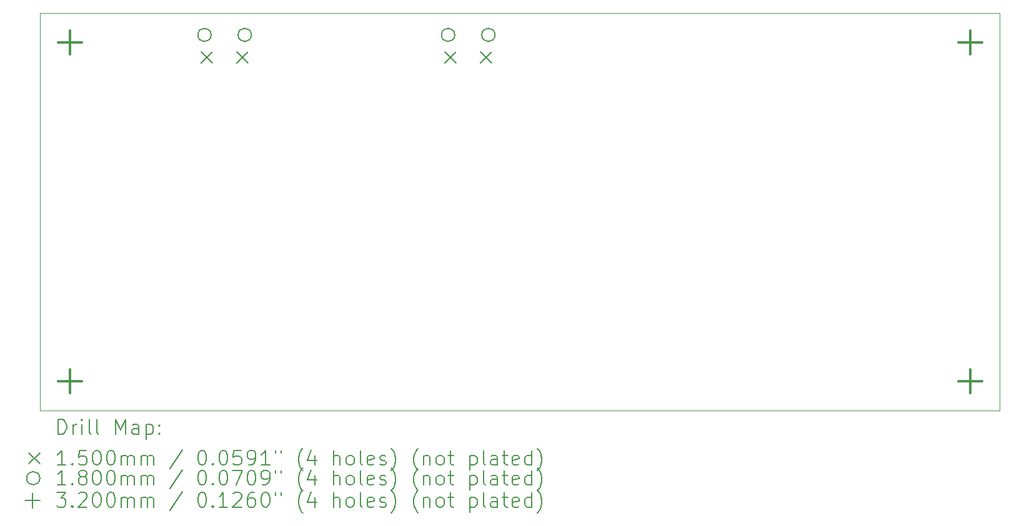
<source format=gbr>
%TF.GenerationSoftware,KiCad,Pcbnew,7.0.2*%
%TF.CreationDate,2023-05-26T12:13:22+09:00*%
%TF.ProjectId,KiCad,4b694361-642e-46b6-9963-61645f706362,rev?*%
%TF.SameCoordinates,PX41cdb40PY67f3540*%
%TF.FileFunction,Drillmap*%
%TF.FilePolarity,Positive*%
%FSLAX45Y45*%
G04 Gerber Fmt 4.5, Leading zero omitted, Abs format (unit mm)*
G04 Created by KiCad (PCBNEW 7.0.2) date 2023-05-26 12:13:22*
%MOMM*%
%LPD*%
G01*
G04 APERTURE LIST*
%ADD10C,0.100000*%
%ADD11C,0.200000*%
%ADD12C,0.150000*%
%ADD13C,0.180000*%
%ADD14C,0.320000*%
G04 APERTURE END LIST*
D10*
X13000000Y5400000D02*
X0Y5400000D01*
X0Y0D02*
X13000000Y0D01*
X0Y5400000D02*
X0Y0D01*
X13000000Y0D02*
X13000000Y5400000D01*
D11*
D12*
X2180500Y4872000D02*
X2330500Y4722000D01*
X2330500Y4872000D02*
X2180500Y4722000D01*
X2665500Y4872000D02*
X2815500Y4722000D01*
X2815500Y4872000D02*
X2665500Y4722000D01*
X5482500Y4872000D02*
X5632500Y4722000D01*
X5632500Y4872000D02*
X5482500Y4722000D01*
X5967500Y4872000D02*
X6117500Y4722000D01*
X6117500Y4872000D02*
X5967500Y4722000D01*
D13*
X2315500Y5100000D02*
G75*
G03*
X2315500Y5100000I-90000J0D01*
G01*
X2860500Y5100000D02*
G75*
G03*
X2860500Y5100000I-90000J0D01*
G01*
X5617500Y5100000D02*
G75*
G03*
X5617500Y5100000I-90000J0D01*
G01*
X6162500Y5100000D02*
G75*
G03*
X6162500Y5100000I-90000J0D01*
G01*
D14*
X400000Y5160000D02*
X400000Y4840000D01*
X240000Y5000000D02*
X560000Y5000000D01*
X400000Y560000D02*
X400000Y240000D01*
X240000Y400000D02*
X560000Y400000D01*
X12600000Y5160000D02*
X12600000Y4840000D01*
X12440000Y5000000D02*
X12760000Y5000000D01*
X12600000Y560000D02*
X12600000Y240000D01*
X12440000Y400000D02*
X12760000Y400000D01*
D11*
X242619Y-317524D02*
X242619Y-117524D01*
X242619Y-117524D02*
X290238Y-117524D01*
X290238Y-117524D02*
X318810Y-127048D01*
X318810Y-127048D02*
X337857Y-146095D01*
X337857Y-146095D02*
X347381Y-165143D01*
X347381Y-165143D02*
X356905Y-203238D01*
X356905Y-203238D02*
X356905Y-231809D01*
X356905Y-231809D02*
X347381Y-269905D01*
X347381Y-269905D02*
X337857Y-288952D01*
X337857Y-288952D02*
X318810Y-308000D01*
X318810Y-308000D02*
X290238Y-317524D01*
X290238Y-317524D02*
X242619Y-317524D01*
X442619Y-317524D02*
X442619Y-184190D01*
X442619Y-222286D02*
X452143Y-203238D01*
X452143Y-203238D02*
X461667Y-193714D01*
X461667Y-193714D02*
X480714Y-184190D01*
X480714Y-184190D02*
X499762Y-184190D01*
X566429Y-317524D02*
X566429Y-184190D01*
X566429Y-117524D02*
X556905Y-127048D01*
X556905Y-127048D02*
X566429Y-136571D01*
X566429Y-136571D02*
X575952Y-127048D01*
X575952Y-127048D02*
X566429Y-117524D01*
X566429Y-117524D02*
X566429Y-136571D01*
X690238Y-317524D02*
X671190Y-308000D01*
X671190Y-308000D02*
X661667Y-288952D01*
X661667Y-288952D02*
X661667Y-117524D01*
X795000Y-317524D02*
X775952Y-308000D01*
X775952Y-308000D02*
X766428Y-288952D01*
X766428Y-288952D02*
X766428Y-117524D01*
X1023571Y-317524D02*
X1023571Y-117524D01*
X1023571Y-117524D02*
X1090238Y-260381D01*
X1090238Y-260381D02*
X1156905Y-117524D01*
X1156905Y-117524D02*
X1156905Y-317524D01*
X1337857Y-317524D02*
X1337857Y-212762D01*
X1337857Y-212762D02*
X1328333Y-193714D01*
X1328333Y-193714D02*
X1309286Y-184190D01*
X1309286Y-184190D02*
X1271190Y-184190D01*
X1271190Y-184190D02*
X1252143Y-193714D01*
X1337857Y-308000D02*
X1318810Y-317524D01*
X1318810Y-317524D02*
X1271190Y-317524D01*
X1271190Y-317524D02*
X1252143Y-308000D01*
X1252143Y-308000D02*
X1242619Y-288952D01*
X1242619Y-288952D02*
X1242619Y-269905D01*
X1242619Y-269905D02*
X1252143Y-250857D01*
X1252143Y-250857D02*
X1271190Y-241333D01*
X1271190Y-241333D02*
X1318810Y-241333D01*
X1318810Y-241333D02*
X1337857Y-231809D01*
X1433095Y-184190D02*
X1433095Y-384190D01*
X1433095Y-193714D02*
X1452143Y-184190D01*
X1452143Y-184190D02*
X1490238Y-184190D01*
X1490238Y-184190D02*
X1509286Y-193714D01*
X1509286Y-193714D02*
X1518809Y-203238D01*
X1518809Y-203238D02*
X1528333Y-222286D01*
X1528333Y-222286D02*
X1528333Y-279429D01*
X1528333Y-279429D02*
X1518809Y-298476D01*
X1518809Y-298476D02*
X1509286Y-308000D01*
X1509286Y-308000D02*
X1490238Y-317524D01*
X1490238Y-317524D02*
X1452143Y-317524D01*
X1452143Y-317524D02*
X1433095Y-308000D01*
X1614048Y-298476D02*
X1623571Y-308000D01*
X1623571Y-308000D02*
X1614048Y-317524D01*
X1614048Y-317524D02*
X1604524Y-308000D01*
X1604524Y-308000D02*
X1614048Y-298476D01*
X1614048Y-298476D02*
X1614048Y-317524D01*
X1614048Y-193714D02*
X1623571Y-203238D01*
X1623571Y-203238D02*
X1614048Y-212762D01*
X1614048Y-212762D02*
X1604524Y-203238D01*
X1604524Y-203238D02*
X1614048Y-193714D01*
X1614048Y-193714D02*
X1614048Y-212762D01*
D12*
X-155000Y-570000D02*
X-5000Y-720000D01*
X-5000Y-570000D02*
X-155000Y-720000D01*
D11*
X347381Y-737524D02*
X233095Y-737524D01*
X290238Y-737524D02*
X290238Y-537524D01*
X290238Y-537524D02*
X271190Y-566095D01*
X271190Y-566095D02*
X252143Y-585143D01*
X252143Y-585143D02*
X233095Y-594667D01*
X433095Y-718476D02*
X442619Y-728000D01*
X442619Y-728000D02*
X433095Y-737524D01*
X433095Y-737524D02*
X423571Y-728000D01*
X423571Y-728000D02*
X433095Y-718476D01*
X433095Y-718476D02*
X433095Y-737524D01*
X623571Y-537524D02*
X528333Y-537524D01*
X528333Y-537524D02*
X518809Y-632762D01*
X518809Y-632762D02*
X528333Y-623238D01*
X528333Y-623238D02*
X547381Y-613714D01*
X547381Y-613714D02*
X595000Y-613714D01*
X595000Y-613714D02*
X614048Y-623238D01*
X614048Y-623238D02*
X623571Y-632762D01*
X623571Y-632762D02*
X633095Y-651810D01*
X633095Y-651810D02*
X633095Y-699428D01*
X633095Y-699428D02*
X623571Y-718476D01*
X623571Y-718476D02*
X614048Y-728000D01*
X614048Y-728000D02*
X595000Y-737524D01*
X595000Y-737524D02*
X547381Y-737524D01*
X547381Y-737524D02*
X528333Y-728000D01*
X528333Y-728000D02*
X518809Y-718476D01*
X756905Y-537524D02*
X775952Y-537524D01*
X775952Y-537524D02*
X795000Y-547048D01*
X795000Y-547048D02*
X804524Y-556571D01*
X804524Y-556571D02*
X814048Y-575619D01*
X814048Y-575619D02*
X823571Y-613714D01*
X823571Y-613714D02*
X823571Y-661333D01*
X823571Y-661333D02*
X814048Y-699428D01*
X814048Y-699428D02*
X804524Y-718476D01*
X804524Y-718476D02*
X795000Y-728000D01*
X795000Y-728000D02*
X775952Y-737524D01*
X775952Y-737524D02*
X756905Y-737524D01*
X756905Y-737524D02*
X737857Y-728000D01*
X737857Y-728000D02*
X728333Y-718476D01*
X728333Y-718476D02*
X718809Y-699428D01*
X718809Y-699428D02*
X709286Y-661333D01*
X709286Y-661333D02*
X709286Y-613714D01*
X709286Y-613714D02*
X718809Y-575619D01*
X718809Y-575619D02*
X728333Y-556571D01*
X728333Y-556571D02*
X737857Y-547048D01*
X737857Y-547048D02*
X756905Y-537524D01*
X947381Y-537524D02*
X966429Y-537524D01*
X966429Y-537524D02*
X985476Y-547048D01*
X985476Y-547048D02*
X995000Y-556571D01*
X995000Y-556571D02*
X1004524Y-575619D01*
X1004524Y-575619D02*
X1014048Y-613714D01*
X1014048Y-613714D02*
X1014048Y-661333D01*
X1014048Y-661333D02*
X1004524Y-699428D01*
X1004524Y-699428D02*
X995000Y-718476D01*
X995000Y-718476D02*
X985476Y-728000D01*
X985476Y-728000D02*
X966429Y-737524D01*
X966429Y-737524D02*
X947381Y-737524D01*
X947381Y-737524D02*
X928333Y-728000D01*
X928333Y-728000D02*
X918809Y-718476D01*
X918809Y-718476D02*
X909286Y-699428D01*
X909286Y-699428D02*
X899762Y-661333D01*
X899762Y-661333D02*
X899762Y-613714D01*
X899762Y-613714D02*
X909286Y-575619D01*
X909286Y-575619D02*
X918809Y-556571D01*
X918809Y-556571D02*
X928333Y-547048D01*
X928333Y-547048D02*
X947381Y-537524D01*
X1099762Y-737524D02*
X1099762Y-604190D01*
X1099762Y-623238D02*
X1109286Y-613714D01*
X1109286Y-613714D02*
X1128333Y-604190D01*
X1128333Y-604190D02*
X1156905Y-604190D01*
X1156905Y-604190D02*
X1175952Y-613714D01*
X1175952Y-613714D02*
X1185476Y-632762D01*
X1185476Y-632762D02*
X1185476Y-737524D01*
X1185476Y-632762D02*
X1195000Y-613714D01*
X1195000Y-613714D02*
X1214048Y-604190D01*
X1214048Y-604190D02*
X1242619Y-604190D01*
X1242619Y-604190D02*
X1261667Y-613714D01*
X1261667Y-613714D02*
X1271191Y-632762D01*
X1271191Y-632762D02*
X1271191Y-737524D01*
X1366429Y-737524D02*
X1366429Y-604190D01*
X1366429Y-623238D02*
X1375952Y-613714D01*
X1375952Y-613714D02*
X1395000Y-604190D01*
X1395000Y-604190D02*
X1423571Y-604190D01*
X1423571Y-604190D02*
X1442619Y-613714D01*
X1442619Y-613714D02*
X1452143Y-632762D01*
X1452143Y-632762D02*
X1452143Y-737524D01*
X1452143Y-632762D02*
X1461667Y-613714D01*
X1461667Y-613714D02*
X1480714Y-604190D01*
X1480714Y-604190D02*
X1509286Y-604190D01*
X1509286Y-604190D02*
X1528333Y-613714D01*
X1528333Y-613714D02*
X1537857Y-632762D01*
X1537857Y-632762D02*
X1537857Y-737524D01*
X1928333Y-528000D02*
X1756905Y-785143D01*
X2185476Y-537524D02*
X2204524Y-537524D01*
X2204524Y-537524D02*
X2223572Y-547048D01*
X2223572Y-547048D02*
X2233095Y-556571D01*
X2233095Y-556571D02*
X2242619Y-575619D01*
X2242619Y-575619D02*
X2252143Y-613714D01*
X2252143Y-613714D02*
X2252143Y-661333D01*
X2252143Y-661333D02*
X2242619Y-699428D01*
X2242619Y-699428D02*
X2233095Y-718476D01*
X2233095Y-718476D02*
X2223572Y-728000D01*
X2223572Y-728000D02*
X2204524Y-737524D01*
X2204524Y-737524D02*
X2185476Y-737524D01*
X2185476Y-737524D02*
X2166429Y-728000D01*
X2166429Y-728000D02*
X2156905Y-718476D01*
X2156905Y-718476D02*
X2147381Y-699428D01*
X2147381Y-699428D02*
X2137857Y-661333D01*
X2137857Y-661333D02*
X2137857Y-613714D01*
X2137857Y-613714D02*
X2147381Y-575619D01*
X2147381Y-575619D02*
X2156905Y-556571D01*
X2156905Y-556571D02*
X2166429Y-547048D01*
X2166429Y-547048D02*
X2185476Y-537524D01*
X2337857Y-718476D02*
X2347381Y-728000D01*
X2347381Y-728000D02*
X2337857Y-737524D01*
X2337857Y-737524D02*
X2328334Y-728000D01*
X2328334Y-728000D02*
X2337857Y-718476D01*
X2337857Y-718476D02*
X2337857Y-737524D01*
X2471191Y-537524D02*
X2490238Y-537524D01*
X2490238Y-537524D02*
X2509286Y-547048D01*
X2509286Y-547048D02*
X2518810Y-556571D01*
X2518810Y-556571D02*
X2528334Y-575619D01*
X2528334Y-575619D02*
X2537857Y-613714D01*
X2537857Y-613714D02*
X2537857Y-661333D01*
X2537857Y-661333D02*
X2528334Y-699428D01*
X2528334Y-699428D02*
X2518810Y-718476D01*
X2518810Y-718476D02*
X2509286Y-728000D01*
X2509286Y-728000D02*
X2490238Y-737524D01*
X2490238Y-737524D02*
X2471191Y-737524D01*
X2471191Y-737524D02*
X2452143Y-728000D01*
X2452143Y-728000D02*
X2442619Y-718476D01*
X2442619Y-718476D02*
X2433095Y-699428D01*
X2433095Y-699428D02*
X2423572Y-661333D01*
X2423572Y-661333D02*
X2423572Y-613714D01*
X2423572Y-613714D02*
X2433095Y-575619D01*
X2433095Y-575619D02*
X2442619Y-556571D01*
X2442619Y-556571D02*
X2452143Y-547048D01*
X2452143Y-547048D02*
X2471191Y-537524D01*
X2718810Y-537524D02*
X2623572Y-537524D01*
X2623572Y-537524D02*
X2614048Y-632762D01*
X2614048Y-632762D02*
X2623572Y-623238D01*
X2623572Y-623238D02*
X2642619Y-613714D01*
X2642619Y-613714D02*
X2690238Y-613714D01*
X2690238Y-613714D02*
X2709286Y-623238D01*
X2709286Y-623238D02*
X2718810Y-632762D01*
X2718810Y-632762D02*
X2728334Y-651810D01*
X2728334Y-651810D02*
X2728334Y-699428D01*
X2728334Y-699428D02*
X2718810Y-718476D01*
X2718810Y-718476D02*
X2709286Y-728000D01*
X2709286Y-728000D02*
X2690238Y-737524D01*
X2690238Y-737524D02*
X2642619Y-737524D01*
X2642619Y-737524D02*
X2623572Y-728000D01*
X2623572Y-728000D02*
X2614048Y-718476D01*
X2823572Y-737524D02*
X2861667Y-737524D01*
X2861667Y-737524D02*
X2880714Y-728000D01*
X2880714Y-728000D02*
X2890238Y-718476D01*
X2890238Y-718476D02*
X2909286Y-689905D01*
X2909286Y-689905D02*
X2918810Y-651810D01*
X2918810Y-651810D02*
X2918810Y-575619D01*
X2918810Y-575619D02*
X2909286Y-556571D01*
X2909286Y-556571D02*
X2899762Y-547048D01*
X2899762Y-547048D02*
X2880714Y-537524D01*
X2880714Y-537524D02*
X2842619Y-537524D01*
X2842619Y-537524D02*
X2823572Y-547048D01*
X2823572Y-547048D02*
X2814048Y-556571D01*
X2814048Y-556571D02*
X2804524Y-575619D01*
X2804524Y-575619D02*
X2804524Y-623238D01*
X2804524Y-623238D02*
X2814048Y-642286D01*
X2814048Y-642286D02*
X2823572Y-651810D01*
X2823572Y-651810D02*
X2842619Y-661333D01*
X2842619Y-661333D02*
X2880714Y-661333D01*
X2880714Y-661333D02*
X2899762Y-651810D01*
X2899762Y-651810D02*
X2909286Y-642286D01*
X2909286Y-642286D02*
X2918810Y-623238D01*
X3109286Y-737524D02*
X2995000Y-737524D01*
X3052143Y-737524D02*
X3052143Y-537524D01*
X3052143Y-537524D02*
X3033095Y-566095D01*
X3033095Y-566095D02*
X3014048Y-585143D01*
X3014048Y-585143D02*
X2995000Y-594667D01*
X3185476Y-537524D02*
X3185476Y-575619D01*
X3261667Y-537524D02*
X3261667Y-575619D01*
X3556905Y-813714D02*
X3547381Y-804190D01*
X3547381Y-804190D02*
X3528334Y-775619D01*
X3528334Y-775619D02*
X3518810Y-756571D01*
X3518810Y-756571D02*
X3509286Y-728000D01*
X3509286Y-728000D02*
X3499762Y-680381D01*
X3499762Y-680381D02*
X3499762Y-642286D01*
X3499762Y-642286D02*
X3509286Y-594667D01*
X3509286Y-594667D02*
X3518810Y-566095D01*
X3518810Y-566095D02*
X3528334Y-547048D01*
X3528334Y-547048D02*
X3547381Y-518476D01*
X3547381Y-518476D02*
X3556905Y-508952D01*
X3718810Y-604190D02*
X3718810Y-737524D01*
X3671191Y-528000D02*
X3623572Y-670857D01*
X3623572Y-670857D02*
X3747381Y-670857D01*
X3975953Y-737524D02*
X3975953Y-537524D01*
X4061667Y-737524D02*
X4061667Y-632762D01*
X4061667Y-632762D02*
X4052143Y-613714D01*
X4052143Y-613714D02*
X4033096Y-604190D01*
X4033096Y-604190D02*
X4004524Y-604190D01*
X4004524Y-604190D02*
X3985476Y-613714D01*
X3985476Y-613714D02*
X3975953Y-623238D01*
X4185476Y-737524D02*
X4166429Y-728000D01*
X4166429Y-728000D02*
X4156905Y-718476D01*
X4156905Y-718476D02*
X4147381Y-699428D01*
X4147381Y-699428D02*
X4147381Y-642286D01*
X4147381Y-642286D02*
X4156905Y-623238D01*
X4156905Y-623238D02*
X4166429Y-613714D01*
X4166429Y-613714D02*
X4185476Y-604190D01*
X4185476Y-604190D02*
X4214048Y-604190D01*
X4214048Y-604190D02*
X4233096Y-613714D01*
X4233096Y-613714D02*
X4242619Y-623238D01*
X4242619Y-623238D02*
X4252143Y-642286D01*
X4252143Y-642286D02*
X4252143Y-699428D01*
X4252143Y-699428D02*
X4242619Y-718476D01*
X4242619Y-718476D02*
X4233096Y-728000D01*
X4233096Y-728000D02*
X4214048Y-737524D01*
X4214048Y-737524D02*
X4185476Y-737524D01*
X4366429Y-737524D02*
X4347381Y-728000D01*
X4347381Y-728000D02*
X4337858Y-708952D01*
X4337858Y-708952D02*
X4337858Y-537524D01*
X4518810Y-728000D02*
X4499762Y-737524D01*
X4499762Y-737524D02*
X4461667Y-737524D01*
X4461667Y-737524D02*
X4442619Y-728000D01*
X4442619Y-728000D02*
X4433096Y-708952D01*
X4433096Y-708952D02*
X4433096Y-632762D01*
X4433096Y-632762D02*
X4442619Y-613714D01*
X4442619Y-613714D02*
X4461667Y-604190D01*
X4461667Y-604190D02*
X4499762Y-604190D01*
X4499762Y-604190D02*
X4518810Y-613714D01*
X4518810Y-613714D02*
X4528334Y-632762D01*
X4528334Y-632762D02*
X4528334Y-651810D01*
X4528334Y-651810D02*
X4433096Y-670857D01*
X4604524Y-728000D02*
X4623572Y-737524D01*
X4623572Y-737524D02*
X4661667Y-737524D01*
X4661667Y-737524D02*
X4680715Y-728000D01*
X4680715Y-728000D02*
X4690239Y-708952D01*
X4690239Y-708952D02*
X4690239Y-699428D01*
X4690239Y-699428D02*
X4680715Y-680381D01*
X4680715Y-680381D02*
X4661667Y-670857D01*
X4661667Y-670857D02*
X4633096Y-670857D01*
X4633096Y-670857D02*
X4614048Y-661333D01*
X4614048Y-661333D02*
X4604524Y-642286D01*
X4604524Y-642286D02*
X4604524Y-632762D01*
X4604524Y-632762D02*
X4614048Y-613714D01*
X4614048Y-613714D02*
X4633096Y-604190D01*
X4633096Y-604190D02*
X4661667Y-604190D01*
X4661667Y-604190D02*
X4680715Y-613714D01*
X4756905Y-813714D02*
X4766429Y-804190D01*
X4766429Y-804190D02*
X4785477Y-775619D01*
X4785477Y-775619D02*
X4795000Y-756571D01*
X4795000Y-756571D02*
X4804524Y-728000D01*
X4804524Y-728000D02*
X4814048Y-680381D01*
X4814048Y-680381D02*
X4814048Y-642286D01*
X4814048Y-642286D02*
X4804524Y-594667D01*
X4804524Y-594667D02*
X4795000Y-566095D01*
X4795000Y-566095D02*
X4785477Y-547048D01*
X4785477Y-547048D02*
X4766429Y-518476D01*
X4766429Y-518476D02*
X4756905Y-508952D01*
X5118810Y-813714D02*
X5109286Y-804190D01*
X5109286Y-804190D02*
X5090239Y-775619D01*
X5090239Y-775619D02*
X5080715Y-756571D01*
X5080715Y-756571D02*
X5071191Y-728000D01*
X5071191Y-728000D02*
X5061667Y-680381D01*
X5061667Y-680381D02*
X5061667Y-642286D01*
X5061667Y-642286D02*
X5071191Y-594667D01*
X5071191Y-594667D02*
X5080715Y-566095D01*
X5080715Y-566095D02*
X5090239Y-547048D01*
X5090239Y-547048D02*
X5109286Y-518476D01*
X5109286Y-518476D02*
X5118810Y-508952D01*
X5195000Y-604190D02*
X5195000Y-737524D01*
X5195000Y-623238D02*
X5204524Y-613714D01*
X5204524Y-613714D02*
X5223572Y-604190D01*
X5223572Y-604190D02*
X5252143Y-604190D01*
X5252143Y-604190D02*
X5271191Y-613714D01*
X5271191Y-613714D02*
X5280715Y-632762D01*
X5280715Y-632762D02*
X5280715Y-737524D01*
X5404524Y-737524D02*
X5385477Y-728000D01*
X5385477Y-728000D02*
X5375953Y-718476D01*
X5375953Y-718476D02*
X5366429Y-699428D01*
X5366429Y-699428D02*
X5366429Y-642286D01*
X5366429Y-642286D02*
X5375953Y-623238D01*
X5375953Y-623238D02*
X5385477Y-613714D01*
X5385477Y-613714D02*
X5404524Y-604190D01*
X5404524Y-604190D02*
X5433096Y-604190D01*
X5433096Y-604190D02*
X5452143Y-613714D01*
X5452143Y-613714D02*
X5461667Y-623238D01*
X5461667Y-623238D02*
X5471191Y-642286D01*
X5471191Y-642286D02*
X5471191Y-699428D01*
X5471191Y-699428D02*
X5461667Y-718476D01*
X5461667Y-718476D02*
X5452143Y-728000D01*
X5452143Y-728000D02*
X5433096Y-737524D01*
X5433096Y-737524D02*
X5404524Y-737524D01*
X5528334Y-604190D02*
X5604524Y-604190D01*
X5556905Y-537524D02*
X5556905Y-708952D01*
X5556905Y-708952D02*
X5566429Y-728000D01*
X5566429Y-728000D02*
X5585477Y-737524D01*
X5585477Y-737524D02*
X5604524Y-737524D01*
X5823572Y-604190D02*
X5823572Y-804190D01*
X5823572Y-613714D02*
X5842619Y-604190D01*
X5842619Y-604190D02*
X5880715Y-604190D01*
X5880715Y-604190D02*
X5899762Y-613714D01*
X5899762Y-613714D02*
X5909286Y-623238D01*
X5909286Y-623238D02*
X5918810Y-642286D01*
X5918810Y-642286D02*
X5918810Y-699428D01*
X5918810Y-699428D02*
X5909286Y-718476D01*
X5909286Y-718476D02*
X5899762Y-728000D01*
X5899762Y-728000D02*
X5880715Y-737524D01*
X5880715Y-737524D02*
X5842619Y-737524D01*
X5842619Y-737524D02*
X5823572Y-728000D01*
X6033096Y-737524D02*
X6014048Y-728000D01*
X6014048Y-728000D02*
X6004524Y-708952D01*
X6004524Y-708952D02*
X6004524Y-537524D01*
X6195000Y-737524D02*
X6195000Y-632762D01*
X6195000Y-632762D02*
X6185477Y-613714D01*
X6185477Y-613714D02*
X6166429Y-604190D01*
X6166429Y-604190D02*
X6128334Y-604190D01*
X6128334Y-604190D02*
X6109286Y-613714D01*
X6195000Y-728000D02*
X6175953Y-737524D01*
X6175953Y-737524D02*
X6128334Y-737524D01*
X6128334Y-737524D02*
X6109286Y-728000D01*
X6109286Y-728000D02*
X6099762Y-708952D01*
X6099762Y-708952D02*
X6099762Y-689905D01*
X6099762Y-689905D02*
X6109286Y-670857D01*
X6109286Y-670857D02*
X6128334Y-661333D01*
X6128334Y-661333D02*
X6175953Y-661333D01*
X6175953Y-661333D02*
X6195000Y-651810D01*
X6261667Y-604190D02*
X6337858Y-604190D01*
X6290239Y-537524D02*
X6290239Y-708952D01*
X6290239Y-708952D02*
X6299762Y-728000D01*
X6299762Y-728000D02*
X6318810Y-737524D01*
X6318810Y-737524D02*
X6337858Y-737524D01*
X6480715Y-728000D02*
X6461667Y-737524D01*
X6461667Y-737524D02*
X6423572Y-737524D01*
X6423572Y-737524D02*
X6404524Y-728000D01*
X6404524Y-728000D02*
X6395000Y-708952D01*
X6395000Y-708952D02*
X6395000Y-632762D01*
X6395000Y-632762D02*
X6404524Y-613714D01*
X6404524Y-613714D02*
X6423572Y-604190D01*
X6423572Y-604190D02*
X6461667Y-604190D01*
X6461667Y-604190D02*
X6480715Y-613714D01*
X6480715Y-613714D02*
X6490239Y-632762D01*
X6490239Y-632762D02*
X6490239Y-651810D01*
X6490239Y-651810D02*
X6395000Y-670857D01*
X6661667Y-737524D02*
X6661667Y-537524D01*
X6661667Y-728000D02*
X6642620Y-737524D01*
X6642620Y-737524D02*
X6604524Y-737524D01*
X6604524Y-737524D02*
X6585477Y-728000D01*
X6585477Y-728000D02*
X6575953Y-718476D01*
X6575953Y-718476D02*
X6566429Y-699428D01*
X6566429Y-699428D02*
X6566429Y-642286D01*
X6566429Y-642286D02*
X6575953Y-623238D01*
X6575953Y-623238D02*
X6585477Y-613714D01*
X6585477Y-613714D02*
X6604524Y-604190D01*
X6604524Y-604190D02*
X6642620Y-604190D01*
X6642620Y-604190D02*
X6661667Y-613714D01*
X6737858Y-813714D02*
X6747381Y-804190D01*
X6747381Y-804190D02*
X6766429Y-775619D01*
X6766429Y-775619D02*
X6775953Y-756571D01*
X6775953Y-756571D02*
X6785477Y-728000D01*
X6785477Y-728000D02*
X6795000Y-680381D01*
X6795000Y-680381D02*
X6795000Y-642286D01*
X6795000Y-642286D02*
X6785477Y-594667D01*
X6785477Y-594667D02*
X6775953Y-566095D01*
X6775953Y-566095D02*
X6766429Y-547048D01*
X6766429Y-547048D02*
X6747381Y-518476D01*
X6747381Y-518476D02*
X6737858Y-508952D01*
D13*
X-5000Y-915000D02*
G75*
G03*
X-5000Y-915000I-90000J0D01*
G01*
D11*
X347381Y-1007524D02*
X233095Y-1007524D01*
X290238Y-1007524D02*
X290238Y-807524D01*
X290238Y-807524D02*
X271190Y-836095D01*
X271190Y-836095D02*
X252143Y-855143D01*
X252143Y-855143D02*
X233095Y-864667D01*
X433095Y-988476D02*
X442619Y-998000D01*
X442619Y-998000D02*
X433095Y-1007524D01*
X433095Y-1007524D02*
X423571Y-998000D01*
X423571Y-998000D02*
X433095Y-988476D01*
X433095Y-988476D02*
X433095Y-1007524D01*
X556905Y-893238D02*
X537857Y-883714D01*
X537857Y-883714D02*
X528333Y-874190D01*
X528333Y-874190D02*
X518809Y-855143D01*
X518809Y-855143D02*
X518809Y-845619D01*
X518809Y-845619D02*
X528333Y-826571D01*
X528333Y-826571D02*
X537857Y-817048D01*
X537857Y-817048D02*
X556905Y-807524D01*
X556905Y-807524D02*
X595000Y-807524D01*
X595000Y-807524D02*
X614048Y-817048D01*
X614048Y-817048D02*
X623571Y-826571D01*
X623571Y-826571D02*
X633095Y-845619D01*
X633095Y-845619D02*
X633095Y-855143D01*
X633095Y-855143D02*
X623571Y-874190D01*
X623571Y-874190D02*
X614048Y-883714D01*
X614048Y-883714D02*
X595000Y-893238D01*
X595000Y-893238D02*
X556905Y-893238D01*
X556905Y-893238D02*
X537857Y-902762D01*
X537857Y-902762D02*
X528333Y-912286D01*
X528333Y-912286D02*
X518809Y-931333D01*
X518809Y-931333D02*
X518809Y-969428D01*
X518809Y-969428D02*
X528333Y-988476D01*
X528333Y-988476D02*
X537857Y-998000D01*
X537857Y-998000D02*
X556905Y-1007524D01*
X556905Y-1007524D02*
X595000Y-1007524D01*
X595000Y-1007524D02*
X614048Y-998000D01*
X614048Y-998000D02*
X623571Y-988476D01*
X623571Y-988476D02*
X633095Y-969428D01*
X633095Y-969428D02*
X633095Y-931333D01*
X633095Y-931333D02*
X623571Y-912286D01*
X623571Y-912286D02*
X614048Y-902762D01*
X614048Y-902762D02*
X595000Y-893238D01*
X756905Y-807524D02*
X775952Y-807524D01*
X775952Y-807524D02*
X795000Y-817048D01*
X795000Y-817048D02*
X804524Y-826571D01*
X804524Y-826571D02*
X814048Y-845619D01*
X814048Y-845619D02*
X823571Y-883714D01*
X823571Y-883714D02*
X823571Y-931333D01*
X823571Y-931333D02*
X814048Y-969428D01*
X814048Y-969428D02*
X804524Y-988476D01*
X804524Y-988476D02*
X795000Y-998000D01*
X795000Y-998000D02*
X775952Y-1007524D01*
X775952Y-1007524D02*
X756905Y-1007524D01*
X756905Y-1007524D02*
X737857Y-998000D01*
X737857Y-998000D02*
X728333Y-988476D01*
X728333Y-988476D02*
X718809Y-969428D01*
X718809Y-969428D02*
X709286Y-931333D01*
X709286Y-931333D02*
X709286Y-883714D01*
X709286Y-883714D02*
X718809Y-845619D01*
X718809Y-845619D02*
X728333Y-826571D01*
X728333Y-826571D02*
X737857Y-817048D01*
X737857Y-817048D02*
X756905Y-807524D01*
X947381Y-807524D02*
X966429Y-807524D01*
X966429Y-807524D02*
X985476Y-817048D01*
X985476Y-817048D02*
X995000Y-826571D01*
X995000Y-826571D02*
X1004524Y-845619D01*
X1004524Y-845619D02*
X1014048Y-883714D01*
X1014048Y-883714D02*
X1014048Y-931333D01*
X1014048Y-931333D02*
X1004524Y-969428D01*
X1004524Y-969428D02*
X995000Y-988476D01*
X995000Y-988476D02*
X985476Y-998000D01*
X985476Y-998000D02*
X966429Y-1007524D01*
X966429Y-1007524D02*
X947381Y-1007524D01*
X947381Y-1007524D02*
X928333Y-998000D01*
X928333Y-998000D02*
X918809Y-988476D01*
X918809Y-988476D02*
X909286Y-969428D01*
X909286Y-969428D02*
X899762Y-931333D01*
X899762Y-931333D02*
X899762Y-883714D01*
X899762Y-883714D02*
X909286Y-845619D01*
X909286Y-845619D02*
X918809Y-826571D01*
X918809Y-826571D02*
X928333Y-817048D01*
X928333Y-817048D02*
X947381Y-807524D01*
X1099762Y-1007524D02*
X1099762Y-874190D01*
X1099762Y-893238D02*
X1109286Y-883714D01*
X1109286Y-883714D02*
X1128333Y-874190D01*
X1128333Y-874190D02*
X1156905Y-874190D01*
X1156905Y-874190D02*
X1175952Y-883714D01*
X1175952Y-883714D02*
X1185476Y-902762D01*
X1185476Y-902762D02*
X1185476Y-1007524D01*
X1185476Y-902762D02*
X1195000Y-883714D01*
X1195000Y-883714D02*
X1214048Y-874190D01*
X1214048Y-874190D02*
X1242619Y-874190D01*
X1242619Y-874190D02*
X1261667Y-883714D01*
X1261667Y-883714D02*
X1271191Y-902762D01*
X1271191Y-902762D02*
X1271191Y-1007524D01*
X1366429Y-1007524D02*
X1366429Y-874190D01*
X1366429Y-893238D02*
X1375952Y-883714D01*
X1375952Y-883714D02*
X1395000Y-874190D01*
X1395000Y-874190D02*
X1423571Y-874190D01*
X1423571Y-874190D02*
X1442619Y-883714D01*
X1442619Y-883714D02*
X1452143Y-902762D01*
X1452143Y-902762D02*
X1452143Y-1007524D01*
X1452143Y-902762D02*
X1461667Y-883714D01*
X1461667Y-883714D02*
X1480714Y-874190D01*
X1480714Y-874190D02*
X1509286Y-874190D01*
X1509286Y-874190D02*
X1528333Y-883714D01*
X1528333Y-883714D02*
X1537857Y-902762D01*
X1537857Y-902762D02*
X1537857Y-1007524D01*
X1928333Y-798000D02*
X1756905Y-1055143D01*
X2185476Y-807524D02*
X2204524Y-807524D01*
X2204524Y-807524D02*
X2223572Y-817048D01*
X2223572Y-817048D02*
X2233095Y-826571D01*
X2233095Y-826571D02*
X2242619Y-845619D01*
X2242619Y-845619D02*
X2252143Y-883714D01*
X2252143Y-883714D02*
X2252143Y-931333D01*
X2252143Y-931333D02*
X2242619Y-969428D01*
X2242619Y-969428D02*
X2233095Y-988476D01*
X2233095Y-988476D02*
X2223572Y-998000D01*
X2223572Y-998000D02*
X2204524Y-1007524D01*
X2204524Y-1007524D02*
X2185476Y-1007524D01*
X2185476Y-1007524D02*
X2166429Y-998000D01*
X2166429Y-998000D02*
X2156905Y-988476D01*
X2156905Y-988476D02*
X2147381Y-969428D01*
X2147381Y-969428D02*
X2137857Y-931333D01*
X2137857Y-931333D02*
X2137857Y-883714D01*
X2137857Y-883714D02*
X2147381Y-845619D01*
X2147381Y-845619D02*
X2156905Y-826571D01*
X2156905Y-826571D02*
X2166429Y-817048D01*
X2166429Y-817048D02*
X2185476Y-807524D01*
X2337857Y-988476D02*
X2347381Y-998000D01*
X2347381Y-998000D02*
X2337857Y-1007524D01*
X2337857Y-1007524D02*
X2328334Y-998000D01*
X2328334Y-998000D02*
X2337857Y-988476D01*
X2337857Y-988476D02*
X2337857Y-1007524D01*
X2471191Y-807524D02*
X2490238Y-807524D01*
X2490238Y-807524D02*
X2509286Y-817048D01*
X2509286Y-817048D02*
X2518810Y-826571D01*
X2518810Y-826571D02*
X2528334Y-845619D01*
X2528334Y-845619D02*
X2537857Y-883714D01*
X2537857Y-883714D02*
X2537857Y-931333D01*
X2537857Y-931333D02*
X2528334Y-969428D01*
X2528334Y-969428D02*
X2518810Y-988476D01*
X2518810Y-988476D02*
X2509286Y-998000D01*
X2509286Y-998000D02*
X2490238Y-1007524D01*
X2490238Y-1007524D02*
X2471191Y-1007524D01*
X2471191Y-1007524D02*
X2452143Y-998000D01*
X2452143Y-998000D02*
X2442619Y-988476D01*
X2442619Y-988476D02*
X2433095Y-969428D01*
X2433095Y-969428D02*
X2423572Y-931333D01*
X2423572Y-931333D02*
X2423572Y-883714D01*
X2423572Y-883714D02*
X2433095Y-845619D01*
X2433095Y-845619D02*
X2442619Y-826571D01*
X2442619Y-826571D02*
X2452143Y-817048D01*
X2452143Y-817048D02*
X2471191Y-807524D01*
X2604524Y-807524D02*
X2737857Y-807524D01*
X2737857Y-807524D02*
X2652143Y-1007524D01*
X2852143Y-807524D02*
X2871191Y-807524D01*
X2871191Y-807524D02*
X2890238Y-817048D01*
X2890238Y-817048D02*
X2899762Y-826571D01*
X2899762Y-826571D02*
X2909286Y-845619D01*
X2909286Y-845619D02*
X2918810Y-883714D01*
X2918810Y-883714D02*
X2918810Y-931333D01*
X2918810Y-931333D02*
X2909286Y-969428D01*
X2909286Y-969428D02*
X2899762Y-988476D01*
X2899762Y-988476D02*
X2890238Y-998000D01*
X2890238Y-998000D02*
X2871191Y-1007524D01*
X2871191Y-1007524D02*
X2852143Y-1007524D01*
X2852143Y-1007524D02*
X2833095Y-998000D01*
X2833095Y-998000D02*
X2823572Y-988476D01*
X2823572Y-988476D02*
X2814048Y-969428D01*
X2814048Y-969428D02*
X2804524Y-931333D01*
X2804524Y-931333D02*
X2804524Y-883714D01*
X2804524Y-883714D02*
X2814048Y-845619D01*
X2814048Y-845619D02*
X2823572Y-826571D01*
X2823572Y-826571D02*
X2833095Y-817048D01*
X2833095Y-817048D02*
X2852143Y-807524D01*
X3014048Y-1007524D02*
X3052143Y-1007524D01*
X3052143Y-1007524D02*
X3071191Y-998000D01*
X3071191Y-998000D02*
X3080714Y-988476D01*
X3080714Y-988476D02*
X3099762Y-959905D01*
X3099762Y-959905D02*
X3109286Y-921809D01*
X3109286Y-921809D02*
X3109286Y-845619D01*
X3109286Y-845619D02*
X3099762Y-826571D01*
X3099762Y-826571D02*
X3090238Y-817048D01*
X3090238Y-817048D02*
X3071191Y-807524D01*
X3071191Y-807524D02*
X3033095Y-807524D01*
X3033095Y-807524D02*
X3014048Y-817048D01*
X3014048Y-817048D02*
X3004524Y-826571D01*
X3004524Y-826571D02*
X2995000Y-845619D01*
X2995000Y-845619D02*
X2995000Y-893238D01*
X2995000Y-893238D02*
X3004524Y-912286D01*
X3004524Y-912286D02*
X3014048Y-921809D01*
X3014048Y-921809D02*
X3033095Y-931333D01*
X3033095Y-931333D02*
X3071191Y-931333D01*
X3071191Y-931333D02*
X3090238Y-921809D01*
X3090238Y-921809D02*
X3099762Y-912286D01*
X3099762Y-912286D02*
X3109286Y-893238D01*
X3185476Y-807524D02*
X3185476Y-845619D01*
X3261667Y-807524D02*
X3261667Y-845619D01*
X3556905Y-1083714D02*
X3547381Y-1074190D01*
X3547381Y-1074190D02*
X3528334Y-1045619D01*
X3528334Y-1045619D02*
X3518810Y-1026571D01*
X3518810Y-1026571D02*
X3509286Y-998000D01*
X3509286Y-998000D02*
X3499762Y-950381D01*
X3499762Y-950381D02*
X3499762Y-912286D01*
X3499762Y-912286D02*
X3509286Y-864667D01*
X3509286Y-864667D02*
X3518810Y-836095D01*
X3518810Y-836095D02*
X3528334Y-817048D01*
X3528334Y-817048D02*
X3547381Y-788476D01*
X3547381Y-788476D02*
X3556905Y-778952D01*
X3718810Y-874190D02*
X3718810Y-1007524D01*
X3671191Y-798000D02*
X3623572Y-940857D01*
X3623572Y-940857D02*
X3747381Y-940857D01*
X3975953Y-1007524D02*
X3975953Y-807524D01*
X4061667Y-1007524D02*
X4061667Y-902762D01*
X4061667Y-902762D02*
X4052143Y-883714D01*
X4052143Y-883714D02*
X4033096Y-874190D01*
X4033096Y-874190D02*
X4004524Y-874190D01*
X4004524Y-874190D02*
X3985476Y-883714D01*
X3985476Y-883714D02*
X3975953Y-893238D01*
X4185476Y-1007524D02*
X4166429Y-998000D01*
X4166429Y-998000D02*
X4156905Y-988476D01*
X4156905Y-988476D02*
X4147381Y-969428D01*
X4147381Y-969428D02*
X4147381Y-912286D01*
X4147381Y-912286D02*
X4156905Y-893238D01*
X4156905Y-893238D02*
X4166429Y-883714D01*
X4166429Y-883714D02*
X4185476Y-874190D01*
X4185476Y-874190D02*
X4214048Y-874190D01*
X4214048Y-874190D02*
X4233096Y-883714D01*
X4233096Y-883714D02*
X4242619Y-893238D01*
X4242619Y-893238D02*
X4252143Y-912286D01*
X4252143Y-912286D02*
X4252143Y-969428D01*
X4252143Y-969428D02*
X4242619Y-988476D01*
X4242619Y-988476D02*
X4233096Y-998000D01*
X4233096Y-998000D02*
X4214048Y-1007524D01*
X4214048Y-1007524D02*
X4185476Y-1007524D01*
X4366429Y-1007524D02*
X4347381Y-998000D01*
X4347381Y-998000D02*
X4337858Y-978952D01*
X4337858Y-978952D02*
X4337858Y-807524D01*
X4518810Y-998000D02*
X4499762Y-1007524D01*
X4499762Y-1007524D02*
X4461667Y-1007524D01*
X4461667Y-1007524D02*
X4442619Y-998000D01*
X4442619Y-998000D02*
X4433096Y-978952D01*
X4433096Y-978952D02*
X4433096Y-902762D01*
X4433096Y-902762D02*
X4442619Y-883714D01*
X4442619Y-883714D02*
X4461667Y-874190D01*
X4461667Y-874190D02*
X4499762Y-874190D01*
X4499762Y-874190D02*
X4518810Y-883714D01*
X4518810Y-883714D02*
X4528334Y-902762D01*
X4528334Y-902762D02*
X4528334Y-921809D01*
X4528334Y-921809D02*
X4433096Y-940857D01*
X4604524Y-998000D02*
X4623572Y-1007524D01*
X4623572Y-1007524D02*
X4661667Y-1007524D01*
X4661667Y-1007524D02*
X4680715Y-998000D01*
X4680715Y-998000D02*
X4690239Y-978952D01*
X4690239Y-978952D02*
X4690239Y-969428D01*
X4690239Y-969428D02*
X4680715Y-950381D01*
X4680715Y-950381D02*
X4661667Y-940857D01*
X4661667Y-940857D02*
X4633096Y-940857D01*
X4633096Y-940857D02*
X4614048Y-931333D01*
X4614048Y-931333D02*
X4604524Y-912286D01*
X4604524Y-912286D02*
X4604524Y-902762D01*
X4604524Y-902762D02*
X4614048Y-883714D01*
X4614048Y-883714D02*
X4633096Y-874190D01*
X4633096Y-874190D02*
X4661667Y-874190D01*
X4661667Y-874190D02*
X4680715Y-883714D01*
X4756905Y-1083714D02*
X4766429Y-1074190D01*
X4766429Y-1074190D02*
X4785477Y-1045619D01*
X4785477Y-1045619D02*
X4795000Y-1026571D01*
X4795000Y-1026571D02*
X4804524Y-998000D01*
X4804524Y-998000D02*
X4814048Y-950381D01*
X4814048Y-950381D02*
X4814048Y-912286D01*
X4814048Y-912286D02*
X4804524Y-864667D01*
X4804524Y-864667D02*
X4795000Y-836095D01*
X4795000Y-836095D02*
X4785477Y-817048D01*
X4785477Y-817048D02*
X4766429Y-788476D01*
X4766429Y-788476D02*
X4756905Y-778952D01*
X5118810Y-1083714D02*
X5109286Y-1074190D01*
X5109286Y-1074190D02*
X5090239Y-1045619D01*
X5090239Y-1045619D02*
X5080715Y-1026571D01*
X5080715Y-1026571D02*
X5071191Y-998000D01*
X5071191Y-998000D02*
X5061667Y-950381D01*
X5061667Y-950381D02*
X5061667Y-912286D01*
X5061667Y-912286D02*
X5071191Y-864667D01*
X5071191Y-864667D02*
X5080715Y-836095D01*
X5080715Y-836095D02*
X5090239Y-817048D01*
X5090239Y-817048D02*
X5109286Y-788476D01*
X5109286Y-788476D02*
X5118810Y-778952D01*
X5195000Y-874190D02*
X5195000Y-1007524D01*
X5195000Y-893238D02*
X5204524Y-883714D01*
X5204524Y-883714D02*
X5223572Y-874190D01*
X5223572Y-874190D02*
X5252143Y-874190D01*
X5252143Y-874190D02*
X5271191Y-883714D01*
X5271191Y-883714D02*
X5280715Y-902762D01*
X5280715Y-902762D02*
X5280715Y-1007524D01*
X5404524Y-1007524D02*
X5385477Y-998000D01*
X5385477Y-998000D02*
X5375953Y-988476D01*
X5375953Y-988476D02*
X5366429Y-969428D01*
X5366429Y-969428D02*
X5366429Y-912286D01*
X5366429Y-912286D02*
X5375953Y-893238D01*
X5375953Y-893238D02*
X5385477Y-883714D01*
X5385477Y-883714D02*
X5404524Y-874190D01*
X5404524Y-874190D02*
X5433096Y-874190D01*
X5433096Y-874190D02*
X5452143Y-883714D01*
X5452143Y-883714D02*
X5461667Y-893238D01*
X5461667Y-893238D02*
X5471191Y-912286D01*
X5471191Y-912286D02*
X5471191Y-969428D01*
X5471191Y-969428D02*
X5461667Y-988476D01*
X5461667Y-988476D02*
X5452143Y-998000D01*
X5452143Y-998000D02*
X5433096Y-1007524D01*
X5433096Y-1007524D02*
X5404524Y-1007524D01*
X5528334Y-874190D02*
X5604524Y-874190D01*
X5556905Y-807524D02*
X5556905Y-978952D01*
X5556905Y-978952D02*
X5566429Y-998000D01*
X5566429Y-998000D02*
X5585477Y-1007524D01*
X5585477Y-1007524D02*
X5604524Y-1007524D01*
X5823572Y-874190D02*
X5823572Y-1074190D01*
X5823572Y-883714D02*
X5842619Y-874190D01*
X5842619Y-874190D02*
X5880715Y-874190D01*
X5880715Y-874190D02*
X5899762Y-883714D01*
X5899762Y-883714D02*
X5909286Y-893238D01*
X5909286Y-893238D02*
X5918810Y-912286D01*
X5918810Y-912286D02*
X5918810Y-969428D01*
X5918810Y-969428D02*
X5909286Y-988476D01*
X5909286Y-988476D02*
X5899762Y-998000D01*
X5899762Y-998000D02*
X5880715Y-1007524D01*
X5880715Y-1007524D02*
X5842619Y-1007524D01*
X5842619Y-1007524D02*
X5823572Y-998000D01*
X6033096Y-1007524D02*
X6014048Y-998000D01*
X6014048Y-998000D02*
X6004524Y-978952D01*
X6004524Y-978952D02*
X6004524Y-807524D01*
X6195000Y-1007524D02*
X6195000Y-902762D01*
X6195000Y-902762D02*
X6185477Y-883714D01*
X6185477Y-883714D02*
X6166429Y-874190D01*
X6166429Y-874190D02*
X6128334Y-874190D01*
X6128334Y-874190D02*
X6109286Y-883714D01*
X6195000Y-998000D02*
X6175953Y-1007524D01*
X6175953Y-1007524D02*
X6128334Y-1007524D01*
X6128334Y-1007524D02*
X6109286Y-998000D01*
X6109286Y-998000D02*
X6099762Y-978952D01*
X6099762Y-978952D02*
X6099762Y-959905D01*
X6099762Y-959905D02*
X6109286Y-940857D01*
X6109286Y-940857D02*
X6128334Y-931333D01*
X6128334Y-931333D02*
X6175953Y-931333D01*
X6175953Y-931333D02*
X6195000Y-921809D01*
X6261667Y-874190D02*
X6337858Y-874190D01*
X6290239Y-807524D02*
X6290239Y-978952D01*
X6290239Y-978952D02*
X6299762Y-998000D01*
X6299762Y-998000D02*
X6318810Y-1007524D01*
X6318810Y-1007524D02*
X6337858Y-1007524D01*
X6480715Y-998000D02*
X6461667Y-1007524D01*
X6461667Y-1007524D02*
X6423572Y-1007524D01*
X6423572Y-1007524D02*
X6404524Y-998000D01*
X6404524Y-998000D02*
X6395000Y-978952D01*
X6395000Y-978952D02*
X6395000Y-902762D01*
X6395000Y-902762D02*
X6404524Y-883714D01*
X6404524Y-883714D02*
X6423572Y-874190D01*
X6423572Y-874190D02*
X6461667Y-874190D01*
X6461667Y-874190D02*
X6480715Y-883714D01*
X6480715Y-883714D02*
X6490239Y-902762D01*
X6490239Y-902762D02*
X6490239Y-921809D01*
X6490239Y-921809D02*
X6395000Y-940857D01*
X6661667Y-1007524D02*
X6661667Y-807524D01*
X6661667Y-998000D02*
X6642620Y-1007524D01*
X6642620Y-1007524D02*
X6604524Y-1007524D01*
X6604524Y-1007524D02*
X6585477Y-998000D01*
X6585477Y-998000D02*
X6575953Y-988476D01*
X6575953Y-988476D02*
X6566429Y-969428D01*
X6566429Y-969428D02*
X6566429Y-912286D01*
X6566429Y-912286D02*
X6575953Y-893238D01*
X6575953Y-893238D02*
X6585477Y-883714D01*
X6585477Y-883714D02*
X6604524Y-874190D01*
X6604524Y-874190D02*
X6642620Y-874190D01*
X6642620Y-874190D02*
X6661667Y-883714D01*
X6737858Y-1083714D02*
X6747381Y-1074190D01*
X6747381Y-1074190D02*
X6766429Y-1045619D01*
X6766429Y-1045619D02*
X6775953Y-1026571D01*
X6775953Y-1026571D02*
X6785477Y-998000D01*
X6785477Y-998000D02*
X6795000Y-950381D01*
X6795000Y-950381D02*
X6795000Y-912286D01*
X6795000Y-912286D02*
X6785477Y-864667D01*
X6785477Y-864667D02*
X6775953Y-836095D01*
X6775953Y-836095D02*
X6766429Y-817048D01*
X6766429Y-817048D02*
X6747381Y-788476D01*
X6747381Y-788476D02*
X6737858Y-778952D01*
X-105000Y-1115000D02*
X-105000Y-1315000D01*
X-205000Y-1215000D02*
X-5000Y-1215000D01*
X223571Y-1107524D02*
X347381Y-1107524D01*
X347381Y-1107524D02*
X280714Y-1183714D01*
X280714Y-1183714D02*
X309286Y-1183714D01*
X309286Y-1183714D02*
X328333Y-1193238D01*
X328333Y-1193238D02*
X337857Y-1202762D01*
X337857Y-1202762D02*
X347381Y-1221810D01*
X347381Y-1221810D02*
X347381Y-1269429D01*
X347381Y-1269429D02*
X337857Y-1288476D01*
X337857Y-1288476D02*
X328333Y-1298000D01*
X328333Y-1298000D02*
X309286Y-1307524D01*
X309286Y-1307524D02*
X252143Y-1307524D01*
X252143Y-1307524D02*
X233095Y-1298000D01*
X233095Y-1298000D02*
X223571Y-1288476D01*
X433095Y-1288476D02*
X442619Y-1298000D01*
X442619Y-1298000D02*
X433095Y-1307524D01*
X433095Y-1307524D02*
X423571Y-1298000D01*
X423571Y-1298000D02*
X433095Y-1288476D01*
X433095Y-1288476D02*
X433095Y-1307524D01*
X518809Y-1126571D02*
X528333Y-1117048D01*
X528333Y-1117048D02*
X547381Y-1107524D01*
X547381Y-1107524D02*
X595000Y-1107524D01*
X595000Y-1107524D02*
X614048Y-1117048D01*
X614048Y-1117048D02*
X623571Y-1126571D01*
X623571Y-1126571D02*
X633095Y-1145619D01*
X633095Y-1145619D02*
X633095Y-1164667D01*
X633095Y-1164667D02*
X623571Y-1193238D01*
X623571Y-1193238D02*
X509286Y-1307524D01*
X509286Y-1307524D02*
X633095Y-1307524D01*
X756905Y-1107524D02*
X775952Y-1107524D01*
X775952Y-1107524D02*
X795000Y-1117048D01*
X795000Y-1117048D02*
X804524Y-1126571D01*
X804524Y-1126571D02*
X814048Y-1145619D01*
X814048Y-1145619D02*
X823571Y-1183714D01*
X823571Y-1183714D02*
X823571Y-1231333D01*
X823571Y-1231333D02*
X814048Y-1269429D01*
X814048Y-1269429D02*
X804524Y-1288476D01*
X804524Y-1288476D02*
X795000Y-1298000D01*
X795000Y-1298000D02*
X775952Y-1307524D01*
X775952Y-1307524D02*
X756905Y-1307524D01*
X756905Y-1307524D02*
X737857Y-1298000D01*
X737857Y-1298000D02*
X728333Y-1288476D01*
X728333Y-1288476D02*
X718809Y-1269429D01*
X718809Y-1269429D02*
X709286Y-1231333D01*
X709286Y-1231333D02*
X709286Y-1183714D01*
X709286Y-1183714D02*
X718809Y-1145619D01*
X718809Y-1145619D02*
X728333Y-1126571D01*
X728333Y-1126571D02*
X737857Y-1117048D01*
X737857Y-1117048D02*
X756905Y-1107524D01*
X947381Y-1107524D02*
X966429Y-1107524D01*
X966429Y-1107524D02*
X985476Y-1117048D01*
X985476Y-1117048D02*
X995000Y-1126571D01*
X995000Y-1126571D02*
X1004524Y-1145619D01*
X1004524Y-1145619D02*
X1014048Y-1183714D01*
X1014048Y-1183714D02*
X1014048Y-1231333D01*
X1014048Y-1231333D02*
X1004524Y-1269429D01*
X1004524Y-1269429D02*
X995000Y-1288476D01*
X995000Y-1288476D02*
X985476Y-1298000D01*
X985476Y-1298000D02*
X966429Y-1307524D01*
X966429Y-1307524D02*
X947381Y-1307524D01*
X947381Y-1307524D02*
X928333Y-1298000D01*
X928333Y-1298000D02*
X918809Y-1288476D01*
X918809Y-1288476D02*
X909286Y-1269429D01*
X909286Y-1269429D02*
X899762Y-1231333D01*
X899762Y-1231333D02*
X899762Y-1183714D01*
X899762Y-1183714D02*
X909286Y-1145619D01*
X909286Y-1145619D02*
X918809Y-1126571D01*
X918809Y-1126571D02*
X928333Y-1117048D01*
X928333Y-1117048D02*
X947381Y-1107524D01*
X1099762Y-1307524D02*
X1099762Y-1174190D01*
X1099762Y-1193238D02*
X1109286Y-1183714D01*
X1109286Y-1183714D02*
X1128333Y-1174190D01*
X1128333Y-1174190D02*
X1156905Y-1174190D01*
X1156905Y-1174190D02*
X1175952Y-1183714D01*
X1175952Y-1183714D02*
X1185476Y-1202762D01*
X1185476Y-1202762D02*
X1185476Y-1307524D01*
X1185476Y-1202762D02*
X1195000Y-1183714D01*
X1195000Y-1183714D02*
X1214048Y-1174190D01*
X1214048Y-1174190D02*
X1242619Y-1174190D01*
X1242619Y-1174190D02*
X1261667Y-1183714D01*
X1261667Y-1183714D02*
X1271191Y-1202762D01*
X1271191Y-1202762D02*
X1271191Y-1307524D01*
X1366429Y-1307524D02*
X1366429Y-1174190D01*
X1366429Y-1193238D02*
X1375952Y-1183714D01*
X1375952Y-1183714D02*
X1395000Y-1174190D01*
X1395000Y-1174190D02*
X1423571Y-1174190D01*
X1423571Y-1174190D02*
X1442619Y-1183714D01*
X1442619Y-1183714D02*
X1452143Y-1202762D01*
X1452143Y-1202762D02*
X1452143Y-1307524D01*
X1452143Y-1202762D02*
X1461667Y-1183714D01*
X1461667Y-1183714D02*
X1480714Y-1174190D01*
X1480714Y-1174190D02*
X1509286Y-1174190D01*
X1509286Y-1174190D02*
X1528333Y-1183714D01*
X1528333Y-1183714D02*
X1537857Y-1202762D01*
X1537857Y-1202762D02*
X1537857Y-1307524D01*
X1928333Y-1098000D02*
X1756905Y-1355143D01*
X2185476Y-1107524D02*
X2204524Y-1107524D01*
X2204524Y-1107524D02*
X2223572Y-1117048D01*
X2223572Y-1117048D02*
X2233095Y-1126571D01*
X2233095Y-1126571D02*
X2242619Y-1145619D01*
X2242619Y-1145619D02*
X2252143Y-1183714D01*
X2252143Y-1183714D02*
X2252143Y-1231333D01*
X2252143Y-1231333D02*
X2242619Y-1269429D01*
X2242619Y-1269429D02*
X2233095Y-1288476D01*
X2233095Y-1288476D02*
X2223572Y-1298000D01*
X2223572Y-1298000D02*
X2204524Y-1307524D01*
X2204524Y-1307524D02*
X2185476Y-1307524D01*
X2185476Y-1307524D02*
X2166429Y-1298000D01*
X2166429Y-1298000D02*
X2156905Y-1288476D01*
X2156905Y-1288476D02*
X2147381Y-1269429D01*
X2147381Y-1269429D02*
X2137857Y-1231333D01*
X2137857Y-1231333D02*
X2137857Y-1183714D01*
X2137857Y-1183714D02*
X2147381Y-1145619D01*
X2147381Y-1145619D02*
X2156905Y-1126571D01*
X2156905Y-1126571D02*
X2166429Y-1117048D01*
X2166429Y-1117048D02*
X2185476Y-1107524D01*
X2337857Y-1288476D02*
X2347381Y-1298000D01*
X2347381Y-1298000D02*
X2337857Y-1307524D01*
X2337857Y-1307524D02*
X2328334Y-1298000D01*
X2328334Y-1298000D02*
X2337857Y-1288476D01*
X2337857Y-1288476D02*
X2337857Y-1307524D01*
X2537857Y-1307524D02*
X2423572Y-1307524D01*
X2480714Y-1307524D02*
X2480714Y-1107524D01*
X2480714Y-1107524D02*
X2461667Y-1136095D01*
X2461667Y-1136095D02*
X2442619Y-1155143D01*
X2442619Y-1155143D02*
X2423572Y-1164667D01*
X2614048Y-1126571D02*
X2623572Y-1117048D01*
X2623572Y-1117048D02*
X2642619Y-1107524D01*
X2642619Y-1107524D02*
X2690238Y-1107524D01*
X2690238Y-1107524D02*
X2709286Y-1117048D01*
X2709286Y-1117048D02*
X2718810Y-1126571D01*
X2718810Y-1126571D02*
X2728334Y-1145619D01*
X2728334Y-1145619D02*
X2728334Y-1164667D01*
X2728334Y-1164667D02*
X2718810Y-1193238D01*
X2718810Y-1193238D02*
X2604524Y-1307524D01*
X2604524Y-1307524D02*
X2728334Y-1307524D01*
X2899762Y-1107524D02*
X2861667Y-1107524D01*
X2861667Y-1107524D02*
X2842619Y-1117048D01*
X2842619Y-1117048D02*
X2833095Y-1126571D01*
X2833095Y-1126571D02*
X2814048Y-1155143D01*
X2814048Y-1155143D02*
X2804524Y-1193238D01*
X2804524Y-1193238D02*
X2804524Y-1269429D01*
X2804524Y-1269429D02*
X2814048Y-1288476D01*
X2814048Y-1288476D02*
X2823572Y-1298000D01*
X2823572Y-1298000D02*
X2842619Y-1307524D01*
X2842619Y-1307524D02*
X2880714Y-1307524D01*
X2880714Y-1307524D02*
X2899762Y-1298000D01*
X2899762Y-1298000D02*
X2909286Y-1288476D01*
X2909286Y-1288476D02*
X2918810Y-1269429D01*
X2918810Y-1269429D02*
X2918810Y-1221810D01*
X2918810Y-1221810D02*
X2909286Y-1202762D01*
X2909286Y-1202762D02*
X2899762Y-1193238D01*
X2899762Y-1193238D02*
X2880714Y-1183714D01*
X2880714Y-1183714D02*
X2842619Y-1183714D01*
X2842619Y-1183714D02*
X2823572Y-1193238D01*
X2823572Y-1193238D02*
X2814048Y-1202762D01*
X2814048Y-1202762D02*
X2804524Y-1221810D01*
X3042619Y-1107524D02*
X3061667Y-1107524D01*
X3061667Y-1107524D02*
X3080714Y-1117048D01*
X3080714Y-1117048D02*
X3090238Y-1126571D01*
X3090238Y-1126571D02*
X3099762Y-1145619D01*
X3099762Y-1145619D02*
X3109286Y-1183714D01*
X3109286Y-1183714D02*
X3109286Y-1231333D01*
X3109286Y-1231333D02*
X3099762Y-1269429D01*
X3099762Y-1269429D02*
X3090238Y-1288476D01*
X3090238Y-1288476D02*
X3080714Y-1298000D01*
X3080714Y-1298000D02*
X3061667Y-1307524D01*
X3061667Y-1307524D02*
X3042619Y-1307524D01*
X3042619Y-1307524D02*
X3023572Y-1298000D01*
X3023572Y-1298000D02*
X3014048Y-1288476D01*
X3014048Y-1288476D02*
X3004524Y-1269429D01*
X3004524Y-1269429D02*
X2995000Y-1231333D01*
X2995000Y-1231333D02*
X2995000Y-1183714D01*
X2995000Y-1183714D02*
X3004524Y-1145619D01*
X3004524Y-1145619D02*
X3014048Y-1126571D01*
X3014048Y-1126571D02*
X3023572Y-1117048D01*
X3023572Y-1117048D02*
X3042619Y-1107524D01*
X3185476Y-1107524D02*
X3185476Y-1145619D01*
X3261667Y-1107524D02*
X3261667Y-1145619D01*
X3556905Y-1383714D02*
X3547381Y-1374190D01*
X3547381Y-1374190D02*
X3528334Y-1345619D01*
X3528334Y-1345619D02*
X3518810Y-1326571D01*
X3518810Y-1326571D02*
X3509286Y-1298000D01*
X3509286Y-1298000D02*
X3499762Y-1250381D01*
X3499762Y-1250381D02*
X3499762Y-1212286D01*
X3499762Y-1212286D02*
X3509286Y-1164667D01*
X3509286Y-1164667D02*
X3518810Y-1136095D01*
X3518810Y-1136095D02*
X3528334Y-1117048D01*
X3528334Y-1117048D02*
X3547381Y-1088476D01*
X3547381Y-1088476D02*
X3556905Y-1078952D01*
X3718810Y-1174190D02*
X3718810Y-1307524D01*
X3671191Y-1098000D02*
X3623572Y-1240857D01*
X3623572Y-1240857D02*
X3747381Y-1240857D01*
X3975953Y-1307524D02*
X3975953Y-1107524D01*
X4061667Y-1307524D02*
X4061667Y-1202762D01*
X4061667Y-1202762D02*
X4052143Y-1183714D01*
X4052143Y-1183714D02*
X4033096Y-1174190D01*
X4033096Y-1174190D02*
X4004524Y-1174190D01*
X4004524Y-1174190D02*
X3985476Y-1183714D01*
X3985476Y-1183714D02*
X3975953Y-1193238D01*
X4185476Y-1307524D02*
X4166429Y-1298000D01*
X4166429Y-1298000D02*
X4156905Y-1288476D01*
X4156905Y-1288476D02*
X4147381Y-1269429D01*
X4147381Y-1269429D02*
X4147381Y-1212286D01*
X4147381Y-1212286D02*
X4156905Y-1193238D01*
X4156905Y-1193238D02*
X4166429Y-1183714D01*
X4166429Y-1183714D02*
X4185476Y-1174190D01*
X4185476Y-1174190D02*
X4214048Y-1174190D01*
X4214048Y-1174190D02*
X4233096Y-1183714D01*
X4233096Y-1183714D02*
X4242619Y-1193238D01*
X4242619Y-1193238D02*
X4252143Y-1212286D01*
X4252143Y-1212286D02*
X4252143Y-1269429D01*
X4252143Y-1269429D02*
X4242619Y-1288476D01*
X4242619Y-1288476D02*
X4233096Y-1298000D01*
X4233096Y-1298000D02*
X4214048Y-1307524D01*
X4214048Y-1307524D02*
X4185476Y-1307524D01*
X4366429Y-1307524D02*
X4347381Y-1298000D01*
X4347381Y-1298000D02*
X4337858Y-1278952D01*
X4337858Y-1278952D02*
X4337858Y-1107524D01*
X4518810Y-1298000D02*
X4499762Y-1307524D01*
X4499762Y-1307524D02*
X4461667Y-1307524D01*
X4461667Y-1307524D02*
X4442619Y-1298000D01*
X4442619Y-1298000D02*
X4433096Y-1278952D01*
X4433096Y-1278952D02*
X4433096Y-1202762D01*
X4433096Y-1202762D02*
X4442619Y-1183714D01*
X4442619Y-1183714D02*
X4461667Y-1174190D01*
X4461667Y-1174190D02*
X4499762Y-1174190D01*
X4499762Y-1174190D02*
X4518810Y-1183714D01*
X4518810Y-1183714D02*
X4528334Y-1202762D01*
X4528334Y-1202762D02*
X4528334Y-1221810D01*
X4528334Y-1221810D02*
X4433096Y-1240857D01*
X4604524Y-1298000D02*
X4623572Y-1307524D01*
X4623572Y-1307524D02*
X4661667Y-1307524D01*
X4661667Y-1307524D02*
X4680715Y-1298000D01*
X4680715Y-1298000D02*
X4690239Y-1278952D01*
X4690239Y-1278952D02*
X4690239Y-1269429D01*
X4690239Y-1269429D02*
X4680715Y-1250381D01*
X4680715Y-1250381D02*
X4661667Y-1240857D01*
X4661667Y-1240857D02*
X4633096Y-1240857D01*
X4633096Y-1240857D02*
X4614048Y-1231333D01*
X4614048Y-1231333D02*
X4604524Y-1212286D01*
X4604524Y-1212286D02*
X4604524Y-1202762D01*
X4604524Y-1202762D02*
X4614048Y-1183714D01*
X4614048Y-1183714D02*
X4633096Y-1174190D01*
X4633096Y-1174190D02*
X4661667Y-1174190D01*
X4661667Y-1174190D02*
X4680715Y-1183714D01*
X4756905Y-1383714D02*
X4766429Y-1374190D01*
X4766429Y-1374190D02*
X4785477Y-1345619D01*
X4785477Y-1345619D02*
X4795000Y-1326571D01*
X4795000Y-1326571D02*
X4804524Y-1298000D01*
X4804524Y-1298000D02*
X4814048Y-1250381D01*
X4814048Y-1250381D02*
X4814048Y-1212286D01*
X4814048Y-1212286D02*
X4804524Y-1164667D01*
X4804524Y-1164667D02*
X4795000Y-1136095D01*
X4795000Y-1136095D02*
X4785477Y-1117048D01*
X4785477Y-1117048D02*
X4766429Y-1088476D01*
X4766429Y-1088476D02*
X4756905Y-1078952D01*
X5118810Y-1383714D02*
X5109286Y-1374190D01*
X5109286Y-1374190D02*
X5090239Y-1345619D01*
X5090239Y-1345619D02*
X5080715Y-1326571D01*
X5080715Y-1326571D02*
X5071191Y-1298000D01*
X5071191Y-1298000D02*
X5061667Y-1250381D01*
X5061667Y-1250381D02*
X5061667Y-1212286D01*
X5061667Y-1212286D02*
X5071191Y-1164667D01*
X5071191Y-1164667D02*
X5080715Y-1136095D01*
X5080715Y-1136095D02*
X5090239Y-1117048D01*
X5090239Y-1117048D02*
X5109286Y-1088476D01*
X5109286Y-1088476D02*
X5118810Y-1078952D01*
X5195000Y-1174190D02*
X5195000Y-1307524D01*
X5195000Y-1193238D02*
X5204524Y-1183714D01*
X5204524Y-1183714D02*
X5223572Y-1174190D01*
X5223572Y-1174190D02*
X5252143Y-1174190D01*
X5252143Y-1174190D02*
X5271191Y-1183714D01*
X5271191Y-1183714D02*
X5280715Y-1202762D01*
X5280715Y-1202762D02*
X5280715Y-1307524D01*
X5404524Y-1307524D02*
X5385477Y-1298000D01*
X5385477Y-1298000D02*
X5375953Y-1288476D01*
X5375953Y-1288476D02*
X5366429Y-1269429D01*
X5366429Y-1269429D02*
X5366429Y-1212286D01*
X5366429Y-1212286D02*
X5375953Y-1193238D01*
X5375953Y-1193238D02*
X5385477Y-1183714D01*
X5385477Y-1183714D02*
X5404524Y-1174190D01*
X5404524Y-1174190D02*
X5433096Y-1174190D01*
X5433096Y-1174190D02*
X5452143Y-1183714D01*
X5452143Y-1183714D02*
X5461667Y-1193238D01*
X5461667Y-1193238D02*
X5471191Y-1212286D01*
X5471191Y-1212286D02*
X5471191Y-1269429D01*
X5471191Y-1269429D02*
X5461667Y-1288476D01*
X5461667Y-1288476D02*
X5452143Y-1298000D01*
X5452143Y-1298000D02*
X5433096Y-1307524D01*
X5433096Y-1307524D02*
X5404524Y-1307524D01*
X5528334Y-1174190D02*
X5604524Y-1174190D01*
X5556905Y-1107524D02*
X5556905Y-1278952D01*
X5556905Y-1278952D02*
X5566429Y-1298000D01*
X5566429Y-1298000D02*
X5585477Y-1307524D01*
X5585477Y-1307524D02*
X5604524Y-1307524D01*
X5823572Y-1174190D02*
X5823572Y-1374190D01*
X5823572Y-1183714D02*
X5842619Y-1174190D01*
X5842619Y-1174190D02*
X5880715Y-1174190D01*
X5880715Y-1174190D02*
X5899762Y-1183714D01*
X5899762Y-1183714D02*
X5909286Y-1193238D01*
X5909286Y-1193238D02*
X5918810Y-1212286D01*
X5918810Y-1212286D02*
X5918810Y-1269429D01*
X5918810Y-1269429D02*
X5909286Y-1288476D01*
X5909286Y-1288476D02*
X5899762Y-1298000D01*
X5899762Y-1298000D02*
X5880715Y-1307524D01*
X5880715Y-1307524D02*
X5842619Y-1307524D01*
X5842619Y-1307524D02*
X5823572Y-1298000D01*
X6033096Y-1307524D02*
X6014048Y-1298000D01*
X6014048Y-1298000D02*
X6004524Y-1278952D01*
X6004524Y-1278952D02*
X6004524Y-1107524D01*
X6195000Y-1307524D02*
X6195000Y-1202762D01*
X6195000Y-1202762D02*
X6185477Y-1183714D01*
X6185477Y-1183714D02*
X6166429Y-1174190D01*
X6166429Y-1174190D02*
X6128334Y-1174190D01*
X6128334Y-1174190D02*
X6109286Y-1183714D01*
X6195000Y-1298000D02*
X6175953Y-1307524D01*
X6175953Y-1307524D02*
X6128334Y-1307524D01*
X6128334Y-1307524D02*
X6109286Y-1298000D01*
X6109286Y-1298000D02*
X6099762Y-1278952D01*
X6099762Y-1278952D02*
X6099762Y-1259905D01*
X6099762Y-1259905D02*
X6109286Y-1240857D01*
X6109286Y-1240857D02*
X6128334Y-1231333D01*
X6128334Y-1231333D02*
X6175953Y-1231333D01*
X6175953Y-1231333D02*
X6195000Y-1221810D01*
X6261667Y-1174190D02*
X6337858Y-1174190D01*
X6290239Y-1107524D02*
X6290239Y-1278952D01*
X6290239Y-1278952D02*
X6299762Y-1298000D01*
X6299762Y-1298000D02*
X6318810Y-1307524D01*
X6318810Y-1307524D02*
X6337858Y-1307524D01*
X6480715Y-1298000D02*
X6461667Y-1307524D01*
X6461667Y-1307524D02*
X6423572Y-1307524D01*
X6423572Y-1307524D02*
X6404524Y-1298000D01*
X6404524Y-1298000D02*
X6395000Y-1278952D01*
X6395000Y-1278952D02*
X6395000Y-1202762D01*
X6395000Y-1202762D02*
X6404524Y-1183714D01*
X6404524Y-1183714D02*
X6423572Y-1174190D01*
X6423572Y-1174190D02*
X6461667Y-1174190D01*
X6461667Y-1174190D02*
X6480715Y-1183714D01*
X6480715Y-1183714D02*
X6490239Y-1202762D01*
X6490239Y-1202762D02*
X6490239Y-1221810D01*
X6490239Y-1221810D02*
X6395000Y-1240857D01*
X6661667Y-1307524D02*
X6661667Y-1107524D01*
X6661667Y-1298000D02*
X6642620Y-1307524D01*
X6642620Y-1307524D02*
X6604524Y-1307524D01*
X6604524Y-1307524D02*
X6585477Y-1298000D01*
X6585477Y-1298000D02*
X6575953Y-1288476D01*
X6575953Y-1288476D02*
X6566429Y-1269429D01*
X6566429Y-1269429D02*
X6566429Y-1212286D01*
X6566429Y-1212286D02*
X6575953Y-1193238D01*
X6575953Y-1193238D02*
X6585477Y-1183714D01*
X6585477Y-1183714D02*
X6604524Y-1174190D01*
X6604524Y-1174190D02*
X6642620Y-1174190D01*
X6642620Y-1174190D02*
X6661667Y-1183714D01*
X6737858Y-1383714D02*
X6747381Y-1374190D01*
X6747381Y-1374190D02*
X6766429Y-1345619D01*
X6766429Y-1345619D02*
X6775953Y-1326571D01*
X6775953Y-1326571D02*
X6785477Y-1298000D01*
X6785477Y-1298000D02*
X6795000Y-1250381D01*
X6795000Y-1250381D02*
X6795000Y-1212286D01*
X6795000Y-1212286D02*
X6785477Y-1164667D01*
X6785477Y-1164667D02*
X6775953Y-1136095D01*
X6775953Y-1136095D02*
X6766429Y-1117048D01*
X6766429Y-1117048D02*
X6747381Y-1088476D01*
X6747381Y-1088476D02*
X6737858Y-1078952D01*
M02*

</source>
